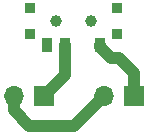
<source format=gbr>
G04 #@! TF.FileFunction,Copper,L1,Top,Signal*
%FSLAX46Y46*%
G04 Gerber Fmt 4.6, Leading zero omitted, Abs format (unit mm)*
G04 Created by KiCad (PCBNEW 4.0.7) date 09/21/18 11:01:15*
%MOMM*%
%LPD*%
G01*
G04 APERTURE LIST*
%ADD10C,0.100000*%
%ADD11C,1.000000*%
%ADD12R,0.900000X1.250000*%
%ADD13R,0.900000X0.900000*%
%ADD14R,1.700000X1.700000*%
%ADD15O,1.700000X1.700000*%
%ADD16C,1.000000*%
G04 APERTURE END LIST*
D10*
D11*
X110720000Y-113665000D03*
X107720000Y-113665000D03*
D12*
X108470000Y-115740000D03*
X106970000Y-115740000D03*
X111470000Y-115740000D03*
D13*
X112920000Y-112565000D03*
X112920000Y-114765000D03*
X105520000Y-114765000D03*
X105520000Y-112565000D03*
D14*
X106680000Y-120015000D03*
D15*
X104140000Y-120015000D03*
D14*
X114300000Y-120015000D03*
D15*
X111760000Y-120015000D03*
D16*
X108470000Y-115740000D02*
X108470000Y-118225000D01*
X108470000Y-118225000D02*
X106680000Y-120015000D01*
X109220000Y-122555000D02*
X111760000Y-120015000D01*
X105477919Y-122555000D02*
X109220000Y-122555000D01*
X104140000Y-120015000D02*
X104140000Y-121217081D01*
X104140000Y-121217081D02*
X105477919Y-122555000D01*
X112395000Y-116840000D02*
X113030000Y-116840000D01*
X113030000Y-116840000D02*
X114300000Y-118110000D01*
X111470000Y-115740000D02*
X111470000Y-115915000D01*
X111470000Y-115915000D02*
X112395000Y-116840000D01*
X114300000Y-118110000D02*
X114300000Y-120015000D01*
M02*

</source>
